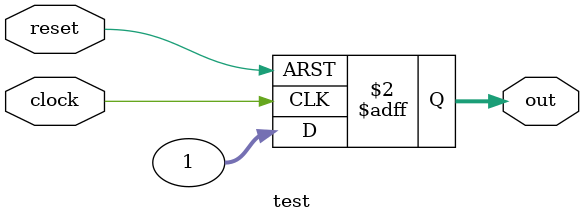
<source format=v>
module test(input reset,input clock, output reg [31:0]out);

always @(posedge reset,posedge clock)
begin
if(reset)
out=32'd0;
else
out=32'd1;
end
endmodule
</source>
